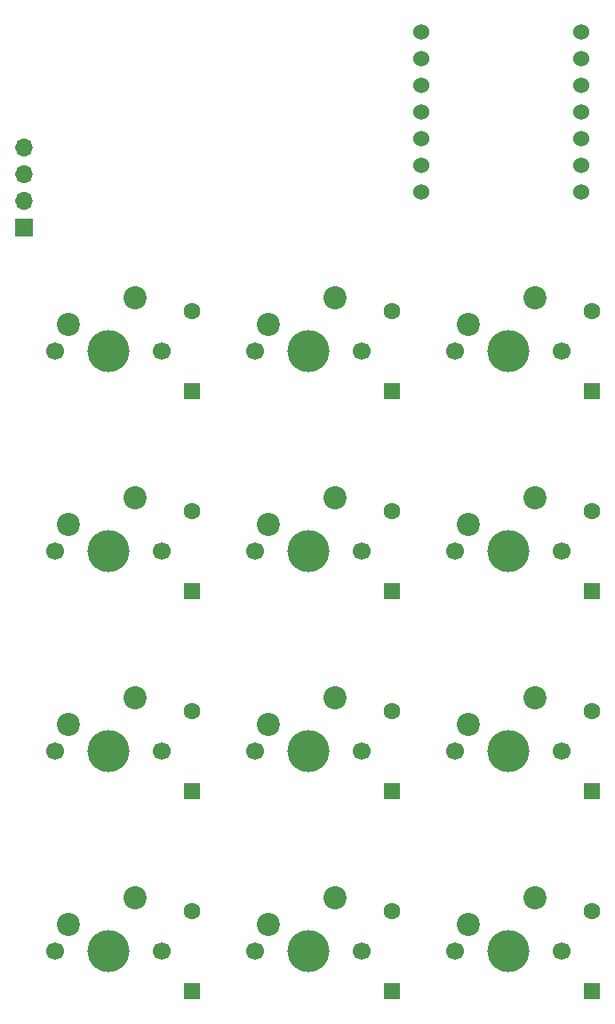
<source format=gbr>
%TF.GenerationSoftware,KiCad,Pcbnew,9.0.6*%
%TF.CreationDate,2026-01-12T21:07:24-05:00*%
%TF.ProjectId,BioPad,42696f50-6164-42e6-9b69-6361645f7063,rev?*%
%TF.SameCoordinates,Original*%
%TF.FileFunction,Soldermask,Bot*%
%TF.FilePolarity,Negative*%
%FSLAX46Y46*%
G04 Gerber Fmt 4.6, Leading zero omitted, Abs format (unit mm)*
G04 Created by KiCad (PCBNEW 9.0.6) date 2026-01-12 21:07:24*
%MOMM*%
%LPD*%
G01*
G04 APERTURE LIST*
G04 Aperture macros list*
%AMRoundRect*
0 Rectangle with rounded corners*
0 $1 Rounding radius*
0 $2 $3 $4 $5 $6 $7 $8 $9 X,Y pos of 4 corners*
0 Add a 4 corners polygon primitive as box body*
4,1,4,$2,$3,$4,$5,$6,$7,$8,$9,$2,$3,0*
0 Add four circle primitives for the rounded corners*
1,1,$1+$1,$2,$3*
1,1,$1+$1,$4,$5*
1,1,$1+$1,$6,$7*
1,1,$1+$1,$8,$9*
0 Add four rect primitives between the rounded corners*
20,1,$1+$1,$2,$3,$4,$5,0*
20,1,$1+$1,$4,$5,$6,$7,0*
20,1,$1+$1,$6,$7,$8,$9,0*
20,1,$1+$1,$8,$9,$2,$3,0*%
G04 Aperture macros list end*
%ADD10C,1.700000*%
%ADD11C,4.000000*%
%ADD12C,2.200000*%
%ADD13C,1.524000*%
%ADD14R,1.700000X1.700000*%
%ADD15O,1.700000X1.700000*%
%ADD16RoundRect,0.250000X0.550000X-0.550000X0.550000X0.550000X-0.550000X0.550000X-0.550000X-0.550000X0*%
%ADD17C,1.600000*%
G04 APERTURE END LIST*
D10*
%TO.C,SW2*%
X177695000Y-99850000D03*
D11*
X182775000Y-99850000D03*
D10*
X187855000Y-99850000D03*
D12*
X185315000Y-94770000D03*
X178965000Y-97310000D03*
%TD*%
D10*
%TO.C,SW1*%
X177695000Y-80800000D03*
D11*
X182775000Y-80800000D03*
D10*
X187855000Y-80800000D03*
D12*
X185315000Y-75720000D03*
X178965000Y-78260000D03*
%TD*%
D10*
%TO.C,SW10*%
X215795000Y-99850000D03*
D11*
X220875000Y-99850000D03*
D10*
X225955000Y-99850000D03*
D12*
X223415000Y-94770000D03*
X217065000Y-97310000D03*
%TD*%
D13*
%TO.C,U1*%
X212635000Y-50405000D03*
X212635000Y-52945000D03*
X212635000Y-55485000D03*
X212635000Y-58025000D03*
X212635000Y-60565000D03*
X212635000Y-63105000D03*
X212635000Y-65645000D03*
X227875000Y-65645000D03*
X227875000Y-63105000D03*
X227875000Y-60565000D03*
X227875000Y-58025000D03*
X227875000Y-55485000D03*
X227875000Y-52945000D03*
X227875000Y-50405000D03*
%TD*%
D10*
%TO.C,SW11*%
X215795000Y-118900000D03*
D11*
X220875000Y-118900000D03*
D10*
X225955000Y-118900000D03*
D12*
X223415000Y-113820000D03*
X217065000Y-116360000D03*
%TD*%
D14*
%TO.C,J1*%
X174725000Y-69005000D03*
D15*
X174725000Y-66464999D03*
X174725000Y-63925000D03*
X174725000Y-61385000D03*
%TD*%
D10*
%TO.C,SW9*%
X215795000Y-80800000D03*
D11*
X220875000Y-80800000D03*
D10*
X225955000Y-80800000D03*
D12*
X223415000Y-75720000D03*
X217065000Y-78260000D03*
%TD*%
D10*
%TO.C,SW6*%
X196745000Y-99850000D03*
D11*
X201825000Y-99850000D03*
D10*
X206905000Y-99850000D03*
D12*
X204365000Y-94770000D03*
X198015000Y-97310000D03*
%TD*%
D10*
%TO.C,SW8*%
X196749000Y-137950000D03*
D11*
X201829000Y-137950000D03*
D10*
X206909000Y-137950000D03*
D12*
X204369000Y-132870000D03*
X198019000Y-135410000D03*
%TD*%
D10*
%TO.C,SW12*%
X215799000Y-137950000D03*
D11*
X220879000Y-137950000D03*
D10*
X225959000Y-137950000D03*
D12*
X223419000Y-132870000D03*
X217069000Y-135410000D03*
%TD*%
D10*
%TO.C,SW7*%
X196745000Y-118900000D03*
D11*
X201825000Y-118900000D03*
D10*
X206905000Y-118900000D03*
D12*
X204365000Y-113820000D03*
X198015000Y-116360000D03*
%TD*%
D10*
%TO.C,SW5*%
X196745000Y-80800000D03*
D11*
X201825000Y-80800000D03*
D10*
X206905000Y-80800000D03*
D12*
X204365000Y-75720000D03*
X198015000Y-78260000D03*
%TD*%
D10*
%TO.C,SW4*%
X177699000Y-137950000D03*
D11*
X182779000Y-137950000D03*
D10*
X187859000Y-137950000D03*
D12*
X185319000Y-132870000D03*
X178969000Y-135410000D03*
%TD*%
D10*
%TO.C,SW3*%
X177695000Y-118900000D03*
D11*
X182775000Y-118900000D03*
D10*
X187855000Y-118900000D03*
D12*
X185315000Y-113820000D03*
X178965000Y-116360000D03*
%TD*%
D16*
%TO.C,D7*%
X228900000Y-122710000D03*
D17*
X228900000Y-115090000D03*
%TD*%
D16*
%TO.C,D6*%
X209850000Y-122710000D03*
D17*
X209850000Y-115090000D03*
%TD*%
D16*
%TO.C,D4*%
X190804000Y-141760000D03*
D17*
X190804000Y-134140000D03*
%TD*%
D16*
%TO.C,D9*%
X209850000Y-103660000D03*
D17*
X209850000Y-96040000D03*
%TD*%
D16*
%TO.C,D10*%
X190800000Y-103660000D03*
D17*
X190800000Y-96040000D03*
%TD*%
D16*
%TO.C,D5*%
X190800000Y-122710000D03*
D17*
X190800000Y-115090000D03*
%TD*%
D16*
%TO.C,D3*%
X209854000Y-141760000D03*
D17*
X209854000Y-134140000D03*
%TD*%
D16*
%TO.C,D2*%
X228904000Y-141760000D03*
D17*
X228904000Y-134140000D03*
%TD*%
D16*
%TO.C,D13*%
X228900000Y-84610000D03*
D17*
X228900000Y-76990000D03*
%TD*%
D16*
%TO.C,D8*%
X228900000Y-103660000D03*
D17*
X228900000Y-96040000D03*
%TD*%
D16*
%TO.C,D11*%
X190800000Y-84610000D03*
D17*
X190800000Y-76990000D03*
%TD*%
D16*
%TO.C,D12*%
X209850000Y-84610000D03*
D17*
X209850000Y-76990000D03*
%TD*%
M02*

</source>
